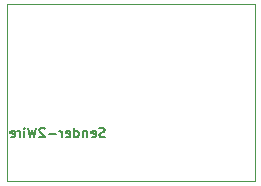
<source format=gbr>
%TF.GenerationSoftware,KiCad,Pcbnew,(5.1.8-0-10_14)*%
%TF.CreationDate,2020-11-19T20:53:49+01:00*%
%TF.ProjectId,Tank_Sender,54616e6b-5f53-4656-9e64-65722e6b6963,rev?*%
%TF.SameCoordinates,Original*%
%TF.FileFunction,Legend,Bot*%
%TF.FilePolarity,Positive*%
%FSLAX46Y46*%
G04 Gerber Fmt 4.6, Leading zero omitted, Abs format (unit mm)*
G04 Created by KiCad (PCBNEW (5.1.8-0-10_14)) date 2020-11-19 20:53:49*
%MOMM*%
%LPD*%
G01*
G04 APERTURE LIST*
%ADD10C,0.150000*%
%TA.AperFunction,Profile*%
%ADD11C,0.050000*%
%TD*%
G04 APERTURE END LIST*
D10*
X127300000Y-87223809D02*
X127185714Y-87261904D01*
X126995238Y-87261904D01*
X126919047Y-87223809D01*
X126880952Y-87185714D01*
X126842857Y-87109523D01*
X126842857Y-87033333D01*
X126880952Y-86957142D01*
X126919047Y-86919047D01*
X126995238Y-86880952D01*
X127147619Y-86842857D01*
X127223809Y-86804761D01*
X127261904Y-86766666D01*
X127300000Y-86690476D01*
X127300000Y-86614285D01*
X127261904Y-86538095D01*
X127223809Y-86500000D01*
X127147619Y-86461904D01*
X126957142Y-86461904D01*
X126842857Y-86500000D01*
X126195238Y-87223809D02*
X126271428Y-87261904D01*
X126423809Y-87261904D01*
X126500000Y-87223809D01*
X126538095Y-87147619D01*
X126538095Y-86842857D01*
X126500000Y-86766666D01*
X126423809Y-86728571D01*
X126271428Y-86728571D01*
X126195238Y-86766666D01*
X126157142Y-86842857D01*
X126157142Y-86919047D01*
X126538095Y-86995238D01*
X125814285Y-86728571D02*
X125814285Y-87261904D01*
X125814285Y-86804761D02*
X125776190Y-86766666D01*
X125700000Y-86728571D01*
X125585714Y-86728571D01*
X125509523Y-86766666D01*
X125471428Y-86842857D01*
X125471428Y-87261904D01*
X124747619Y-87261904D02*
X124747619Y-86461904D01*
X124747619Y-87223809D02*
X124823809Y-87261904D01*
X124976190Y-87261904D01*
X125052380Y-87223809D01*
X125090476Y-87185714D01*
X125128571Y-87109523D01*
X125128571Y-86880952D01*
X125090476Y-86804761D01*
X125052380Y-86766666D01*
X124976190Y-86728571D01*
X124823809Y-86728571D01*
X124747619Y-86766666D01*
X124061904Y-87223809D02*
X124138095Y-87261904D01*
X124290476Y-87261904D01*
X124366666Y-87223809D01*
X124404761Y-87147619D01*
X124404761Y-86842857D01*
X124366666Y-86766666D01*
X124290476Y-86728571D01*
X124138095Y-86728571D01*
X124061904Y-86766666D01*
X124023809Y-86842857D01*
X124023809Y-86919047D01*
X124404761Y-86995238D01*
X123680952Y-87261904D02*
X123680952Y-86728571D01*
X123680952Y-86880952D02*
X123642857Y-86804761D01*
X123604761Y-86766666D01*
X123528571Y-86728571D01*
X123452380Y-86728571D01*
X123185714Y-86957142D02*
X122576190Y-86957142D01*
X122233333Y-86538095D02*
X122195238Y-86500000D01*
X122119047Y-86461904D01*
X121928571Y-86461904D01*
X121852380Y-86500000D01*
X121814285Y-86538095D01*
X121776190Y-86614285D01*
X121776190Y-86690476D01*
X121814285Y-86804761D01*
X122271428Y-87261904D01*
X121776190Y-87261904D01*
X121509523Y-86461904D02*
X121319047Y-87261904D01*
X121166666Y-86690476D01*
X121014285Y-87261904D01*
X120823809Y-86461904D01*
X120519047Y-87261904D02*
X120519047Y-86728571D01*
X120519047Y-86461904D02*
X120557142Y-86500000D01*
X120519047Y-86538095D01*
X120480952Y-86500000D01*
X120519047Y-86461904D01*
X120519047Y-86538095D01*
X120138095Y-87261904D02*
X120138095Y-86728571D01*
X120138095Y-86880952D02*
X120100000Y-86804761D01*
X120061904Y-86766666D01*
X119985714Y-86728571D01*
X119909523Y-86728571D01*
X119338095Y-87223809D02*
X119414285Y-87261904D01*
X119566666Y-87261904D01*
X119642857Y-87223809D01*
X119680952Y-87147619D01*
X119680952Y-86842857D01*
X119642857Y-86766666D01*
X119566666Y-86728571D01*
X119414285Y-86728571D01*
X119338095Y-86766666D01*
X119300000Y-86842857D01*
X119300000Y-86919047D01*
X119680952Y-86995238D01*
D11*
X119000000Y-76000000D02*
X119000000Y-91000000D01*
X140000000Y-76000000D02*
X119000000Y-76000000D01*
X140000000Y-91000000D02*
X140000000Y-76000000D01*
X119000000Y-91000000D02*
X140000000Y-91000000D01*
M02*

</source>
